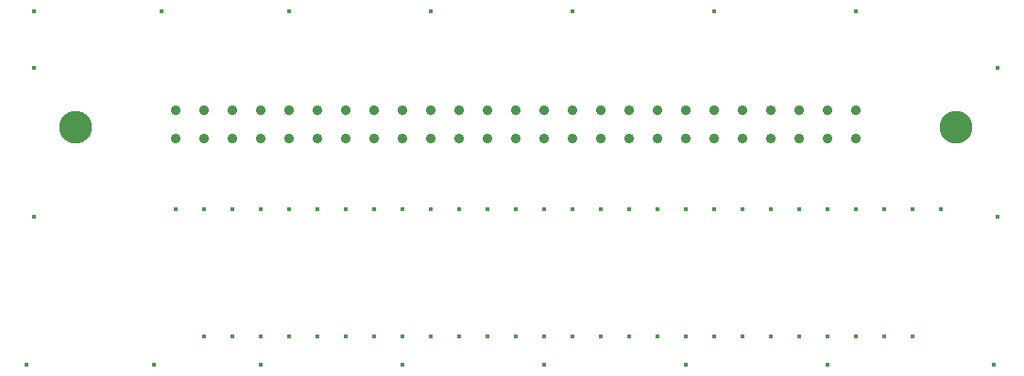
<source format=gbr>
G04 DesignSpark PCB PRO Gerber Version 10.0 Build 5299*
G04 #@! TF.Part,Single*
G04 #@! TF.FilePolarity,Positive*
%FSLAX35Y35*%
%MOIN*%
G04 #@! TA.AperFunction,ViaDrill*
%ADD26C,0.01600*%
G04 #@! TA.AperFunction,ComponentDrill*
%ADD76C,0.03500*%
%ADD145C,0.11600*%
G04 #@! TD.AperFunction*
X0Y0D02*
D02*
D26*
X121189Y58002D03*
X123689Y110502D03*
Y163002D03*
Y183002D03*
X166189Y58002D03*
X168689Y183002D03*
X173689Y113002D03*
X183689Y68002D03*
Y113002D03*
X193689Y68002D03*
Y113002D03*
X203689Y58002D03*
Y68002D03*
Y113002D03*
X213689Y68002D03*
Y113002D03*
Y183002D03*
X223689Y68002D03*
Y113002D03*
X233689Y68002D03*
X233704Y113002D03*
X243689D03*
X243704Y68002D03*
X253689Y58002D03*
Y68002D03*
Y113002D03*
X263689Y68002D03*
Y113002D03*
Y183002D03*
X273689Y113002D03*
X273781Y68002D03*
X283689D03*
Y113002D03*
X293689D03*
X293750Y68002D03*
X303689Y58002D03*
Y68002D03*
Y113002D03*
X313689Y183002D03*
X313704Y113002D03*
X313843Y68002D03*
X323689D03*
Y113002D03*
X333687Y68002D03*
X333689Y113002D03*
X343689D03*
X343796Y68002D03*
X353655D03*
X353689Y58002D03*
Y113002D03*
X363689Y68002D03*
Y113002D03*
Y183002D03*
X373689Y68002D03*
Y113002D03*
X383689Y68002D03*
Y113002D03*
X393689Y68002D03*
X393704Y113002D03*
X403689Y58002D03*
Y68002D03*
Y113002D03*
X413689Y68002D03*
Y113002D03*
Y183002D03*
X423689Y68002D03*
Y113002D03*
X433689D03*
X433779Y68002D03*
X443689Y113002D03*
X462439Y58002D03*
X463689Y110502D03*
Y163002D03*
D02*
D76*
X173810Y138002D03*
Y148002D03*
X183810Y138002D03*
Y148002D03*
X193810Y138002D03*
Y148002D03*
X203810Y138002D03*
Y148002D03*
X213810Y138002D03*
Y148002D03*
X223810Y138002D03*
Y148002D03*
X233810Y138002D03*
Y148002D03*
X243810Y138002D03*
Y148002D03*
X253810Y138002D03*
Y148002D03*
X263810Y138002D03*
Y148002D03*
X273810Y138002D03*
Y148002D03*
X283810Y138002D03*
Y148002D03*
X293810Y138002D03*
Y148002D03*
X303810Y138002D03*
Y148002D03*
X313810Y138002D03*
Y148002D03*
X323810Y138002D03*
Y148002D03*
X333810Y138002D03*
Y148002D03*
X343810Y138002D03*
Y148002D03*
X353810Y138002D03*
Y148002D03*
X363810Y138002D03*
Y148002D03*
X373810Y138002D03*
Y148002D03*
X383810Y138002D03*
Y148002D03*
X393810Y138002D03*
Y148002D03*
X403810Y138002D03*
Y148002D03*
X413810Y138002D03*
Y148002D03*
D02*
D145*
X138610Y142002D03*
X449010D03*
X0Y0D02*
M02*

</source>
